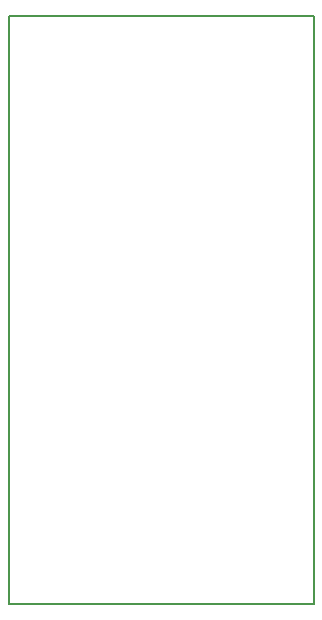
<source format=gm1>
G04 MADE WITH FRITZING*
G04 WWW.FRITZING.ORG*
G04 SINGLE SIDED*
G04 HOLES NOT PLATED*
G04 CONTOUR ON CENTER OF CONTOUR VECTOR*
%ASAXBY*%
%FSLAX23Y23*%
%MOIN*%
%OFA0B0*%
%SFA1.0B1.0*%
%ADD10R,1.023620X1.968500*%
%ADD11C,0.008000*%
%ADD10C,0.008*%
%LNCONTOUR*%
G90*
G70*
G54D10*
G54D11*
X4Y1965D02*
X1020Y1965D01*
X1020Y4D01*
X4Y4D01*
X4Y1965D01*
D02*
G04 End of contour*
M02*
</source>
